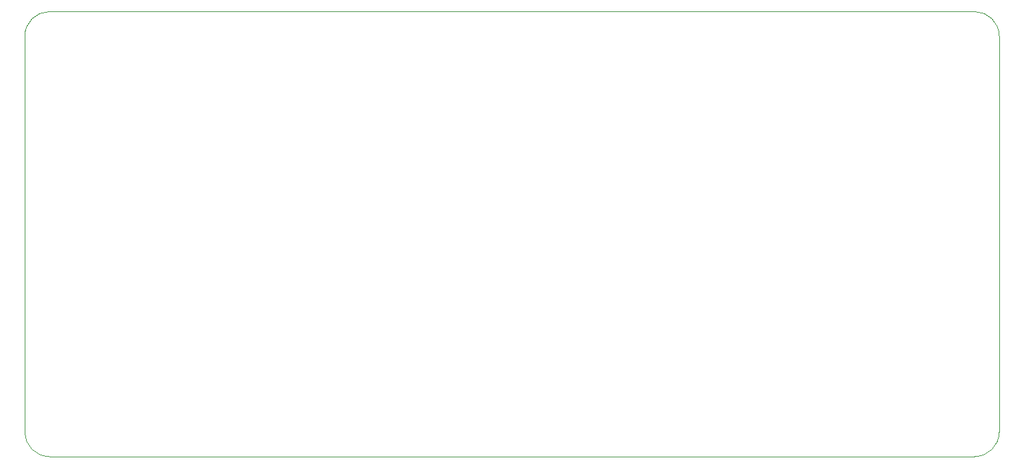
<source format=gbr>
%TF.GenerationSoftware,KiCad,Pcbnew,7.0.8*%
%TF.CreationDate,2024-02-15T12:40:34+05:30*%
%TF.ProjectId,ESP32-S3_DB,45535033-322d-4533-935f-44422e6b6963,rev?*%
%TF.SameCoordinates,Original*%
%TF.FileFunction,Profile,NP*%
%FSLAX46Y46*%
G04 Gerber Fmt 4.6, Leading zero omitted, Abs format (unit mm)*
G04 Created by KiCad (PCBNEW 7.0.8) date 2024-02-15 12:40:34*
%MOMM*%
%LPD*%
G01*
G04 APERTURE LIST*
%TA.AperFunction,Profile*%
%ADD10C,0.100000*%
%TD*%
G04 APERTURE END LIST*
D10*
X212907969Y-142497969D02*
X95592031Y-142497969D01*
X92492031Y-139397969D02*
X92502031Y-89102031D01*
X95602031Y-86002031D02*
X212900000Y-86000000D01*
X92492031Y-139397969D02*
G75*
G03*
X95592031Y-142497969I3099969J-31D01*
G01*
X212907969Y-142497969D02*
G75*
G03*
X216007969Y-139397969I31J3099969D01*
G01*
X216000000Y-89100000D02*
X216007969Y-139397969D01*
X216000000Y-89100000D02*
G75*
G03*
X212900000Y-86000000I-3100000J0D01*
G01*
X95602031Y-86002031D02*
G75*
G03*
X92502031Y-89102031I-31J-3099969D01*
G01*
M02*

</source>
